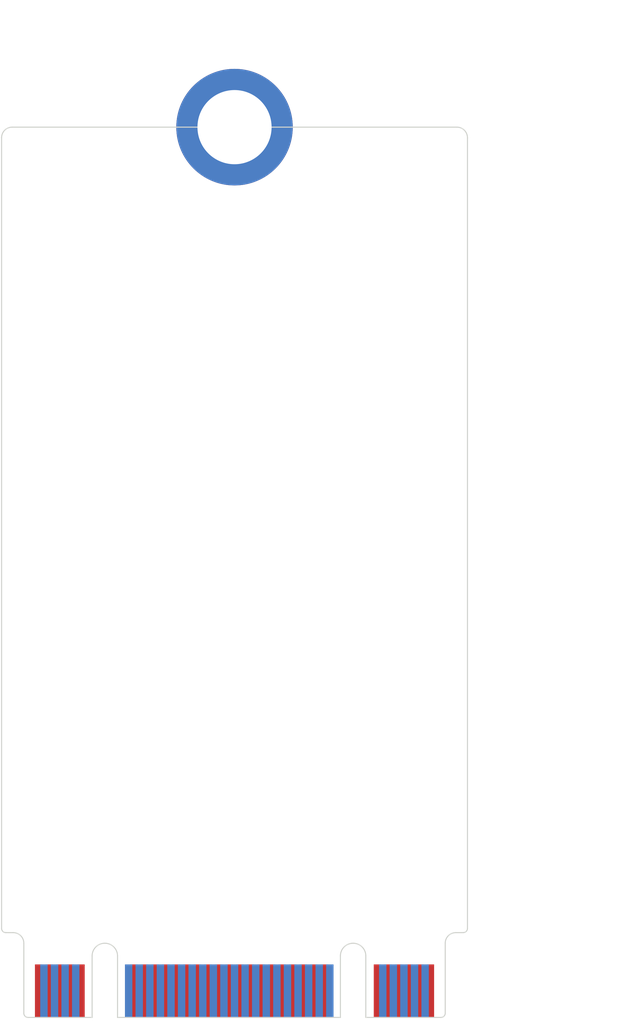
<source format=kicad_pcb>
(kicad_pcb (version 20211014) (generator pcbnew)
  (layers (0 "F.Cu" signal) (31 "B.Cu" signal) (34 "B.Paste" user) (35 "F.Paste" user) (36 "B.SilkS" user "B.Silkscreen") (37 "F.SilkS" user "F.Silkscreen") (38 "B.Mask" user) (39 "F.Mask" user) (44 "Edge.Cuts" user))
  (net 0 "")
  (footprint "M.2-Templates:M.2-B+M-KEY" (layer "F.Cu") (at 150 122)
    (fp_text reference "U$1" hide)
    (fp_text value "M.2-B+M-KEY" hide)
    (fp_line (start -6.725 -2.9) (end -6.725 0) (layer "Edge.Cuts") (width 0.05))
    (fp_line (start 5 -2.9) (end 5 0) (layer "Edge.Cuts") (width 0.05))
    (fp_line (start 10.45 -4) (end 10.8 -4) (layer "Edge.Cuts") (width 0.05))
    (fp_line (start 6.2 0) (end 9.75 0) (layer "Edge.Cuts") (width 0.05))
    (fp_line (start 9.95 -0.2) (end 9.95 -3.5) (layer "Edge.Cuts") (width 0.05))
    (fp_line (start 6.2 -2.9) (end 6.2 0) (layer "Edge.Cuts") (width 0.05))
    (fp_line (start 10.5 -42) (end -10.5 -42) (layer "Edge.Cuts") (width 0.05))
    (fp_line (start -5.525 0) (end 5 0) (layer "Edge.Cuts") (width 0.05))
    (fp_line (start -11 -41.5) (end -11 -4.2) (layer "Edge.Cuts") (width 0.05))
    (fp_line (start -5.525 -2.9) (end -5.525 0) (layer "Edge.Cuts") (width 0.05))
    (fp_line (start 11 -4.2) (end 11 -41.5) (layer "Edge.Cuts") (width 0.05))
    (fp_line (start -10.8 -4) (end -10.45 -4) (layer "Edge.Cuts") (width 0.05))
    (fp_line (start -9.95 -3.5) (end -9.95 -0.2) (layer "Edge.Cuts") (width 0.05))
    (fp_line (start -6.725 0) (end -9.75 0) (layer "Edge.Cuts") (width 0.05))
    (fp_arc (start -11 -41.5) (mid -10.853553 -41.853553) (end -10.5 -42) (layer "Edge.Cuts") (width 0.05))
    (fp_arc (start 10.5 -42) (mid 10.853553 -41.853553) (end 11 -41.5) (layer "Edge.Cuts") (width 0.05))
    (fp_arc (start 9.95 -3.5) (mid 10.096447 -3.853553) (end 10.45 -4) (layer "Edge.Cuts") (width 0.05))
    (fp_arc (start 11 -4.2) (mid 10.941421 -4.058579) (end 10.8 -4) (layer "Edge.Cuts") (width 0.05))
    (fp_arc (start -10.8 -4) (mid -10.941421 -4.058579) (end -11 -4.2) (layer "Edge.Cuts") (width 0.05))
    (fp_arc (start -9.75 0) (mid -9.891421 -0.058579) (end -9.95 -0.2) (layer "Edge.Cuts") (width 0.05))
    (fp_arc (start 9.95 -0.2) (mid 9.891421 -0.058579) (end 9.75 0) (layer "Edge.Cuts") (width 0.05))
    (fp_arc (start -6.125 -3.5) (mid -5.700736 -3.324264) (end -5.525 -2.9) (layer "Edge.Cuts") (width 0.05))
    (fp_arc (start -6.725 -2.9) (mid -6.549264 -3.324264) (end -6.125 -3.5) (layer "Edge.Cuts") (width 0.05))
    (fp_arc (start 5 -2.9) (mid 5.175736 -3.324264) (end 5.6 -3.5) (layer "Edge.Cuts") (width 0.05))
    (fp_arc (start -10.45 -4) (mid -10.096447 -3.853553) (end -9.95 -3.5) (layer "Edge.Cuts") (width 0.05))
    (fp_arc (start 5.6 -3.5) (mid 6.024264 -3.324264) (end 6.2 -2.9) (layer "Edge.Cuts") (width 0.05))
    (pad "MOUNTING-HOLE" thru_hole circle (at 0 -42) (size 5.5 5.5) (drill 3.5) (layers *.Cu *.Mask))
    (pad "P$1" smd rect (at 9.25 -1.25) (size 0.35 2.5) (layers "F.Cu" "F.Paste" "F.Mask"))
    (pad "P$2" smd rect (at 9 -1.25) (size 0.35 2.5) (layers "B.Cu" "B.Paste" "B.Mask"))
    (pad "P$3" smd rect (at 8.75 -1.25) (size 0.35 2.5) (layers "F.Cu" "F.Paste" "F.Mask"))
    (pad "P$4" smd rect (at 8.5 -1.25) (size 0.35 2.5) (layers "B.Cu" "B.Paste" "B.Mask"))
    (pad "P$5" smd rect (at 8.25 -1.25) (size 0.35 2.5) (layers "F.Cu" "F.Paste" "F.Mask"))
    (pad "P$6" smd rect (at 8 -1.25) (size 0.35 2.5) (layers "B.Cu" "B.Paste" "B.Mask"))
    (pad "P$7" smd rect (at 7.75 -1.25) (size 0.35 2.5) (layers "F.Cu" "F.Paste" "F.Mask"))
    (pad "P$8" smd rect (at 7.5 -1.25) (size 0.35 2.5) (layers "B.Cu" "B.Paste" "B.Mask"))
    (pad "P$9" smd rect (at 7.25 -1.25) (size 0.35 2.5) (layers "F.Cu" "F.Paste" "F.Mask"))
    (pad "P$10" smd rect (at 7 -1.25) (size 0.35 2.5) (layers "B.Cu" "B.Paste" "B.Mask"))
    (pad "P$11" smd rect (at 6.75 -1.25) (size 0.35 2.5) (layers "F.Cu" "F.Paste" "F.Mask"))
    (pad "P$20" smd rect (at 4.5 -1.25) (size 0.35 2.5) (layers "B.Cu" "B.Paste" "B.Mask"))
    (pad "P$21" smd rect (at 4.25 -1.25) (size 0.35 2.5) (layers "F.Cu" "F.Paste" "F.Mask"))
    (pad "P$22" smd rect (at 4 -1.25) (size 0.35 2.5) (layers "B.Cu" "B.Paste" "B.Mask"))
    (pad "P$23" smd rect (at 3.75 -1.25) (size 0.35 2.5) (layers "F.Cu" "F.Paste" "F.Mask"))
    (pad "P$24" smd rect (at 3.5 -1.25) (size 0.35 2.5) (layers "B.Cu" "B.Paste" "B.Mask"))
    (pad "P$25" smd rect (at 3.25 -1.25) (size 0.35 2.5) (layers "F.Cu" "F.Paste" "F.Mask"))
    (pad "P$26" smd rect (at 3 -1.25) (size 0.35 2.5) (layers "B.Cu" "B.Paste" "B.Mask"))
    (pad "P$27" smd rect (at 2.75 -1.25) (size 0.35 2.5) (layers "F.Cu" "F.Paste" "F.Mask"))
    (pad "P$28" smd rect (at 2.5 -1.25) (size 0.35 2.5) (layers "B.Cu" "B.Paste" "B.Mask"))
    (pad "P$29" smd rect (at 2.25 -1.25) (size 0.35 2.5) (layers "F.Cu" "F.Paste" "F.Mask"))
    (pad "P$30" smd rect (at 2 -1.25) (size 0.35 2.5) (layers "B.Cu" "B.Paste" "B.Mask"))
    (pad "P$31" smd rect (at 1.75 -1.25) (size 0.35 2.5) (layers "F.Cu" "F.Paste" "F.Mask"))
    (pad "P$32" smd rect (at 1.5 -1.25) (size 0.35 2.5) (layers "B.Cu" "B.Paste" "B.Mask"))
    (pad "P$33" smd rect (at 1.25 -1.25) (size 0.35 2.5) (layers "F.Cu" "F.Paste" "F.Mask"))
    (pad "P$34" smd rect (at 1 -1.25) (size 0.35 2.5) (layers "B.Cu" "B.Paste" "B.Mask"))
    (pad "P$35" smd rect (at 0.75 -1.25) (size 0.35 2.5) (layers "F.Cu" "F.Paste" "F.Mask"))
    (pad "P$36" smd rect (at 0.5 -1.25) (size 0.35 2.5) (layers "B.Cu" "B.Paste" "B.Mask"))
    (pad "P$37" smd rect (at 0.25 -1.25) (size 0.35 2.5) (layers "F.Cu" "F.Paste" "F.Mask"))
    (pad "P$38" smd rect (at 0 -1.25) (size 0.35 2.5) (layers "B.Cu" "B.Paste" "B.Mask"))
    (pad "P$39" smd rect (at -0.25 -1.25) (size 0.35 2.5) (layers "F.Cu" "F.Paste" "F.Mask"))
    (pad "P$40" smd rect (at -0.5 -1.25) (size 0.35 2.5) (layers "B.Cu" "B.Paste" "B.Mask"))
    (pad "P$41" smd rect (at -0.75 -1.25) (size 0.35 2.5) (layers "F.Cu" "F.Paste" "F.Mask"))
    (pad "P$42" smd rect (at -1 -1.25) (size 0.35 2.5) (layers "B.Cu" "B.Paste" "B.Mask"))
    (pad "P$43" smd rect (at -1.25 -1.25) (size 0.35 2.5) (layers "F.Cu" "F.Paste" "F.Mask"))
    (pad "P$44" smd rect (at -1.5 -1.25) (size 0.35 2.5) (layers "B.Cu" "B.Paste" "B.Mask"))
    (pad "P$45" smd rect (at -1.75 -1.25) (size 0.35 2.5) (layers "F.Cu" "F.Paste" "F.Mask"))
    (pad "P$46" smd rect (at -2 -1.25) (size 0.35 2.5) (layers "B.Cu" "B.Paste" "B.Mask"))
    (pad "P$47" smd rect (at -2.25 -1.25) (size 0.35 2.5) (layers "F.Cu" "F.Paste" "F.Mask"))
    (pad "P$48" smd rect (at -2.5 -1.25) (size 0.35 2.5) (layers "B.Cu" "B.Paste" "B.Mask"))
    (pad "P$49" smd rect (at -2.75 -1.25) (size 0.35 2.5) (layers "F.Cu" "F.Paste" "F.Mask"))
    (pad "P$50" smd rect (at -3 -1.25) (size 0.35 2.5) (layers "B.Cu" "B.Paste" "B.Mask"))
    (pad "P$51" smd rect (at -3.25 -1.25) (size 0.35 2.5) (layers "F.Cu" "F.Paste" "F.Mask"))
    (pad "P$52" smd rect (at -3.5 -1.25) (size 0.35 2.5) (layers "B.Cu" "B.Paste" "B.Mask"))
    (pad "P$53" smd rect (at -3.75 -1.25) (size 0.35 2.5) (layers "F.Cu" "F.Paste" "F.Mask"))
    (pad "P$54" smd rect (at -4 -1.25) (size 0.35 2.5) (layers "B.Cu" "B.Paste" "B.Mask"))
    (pad "P$55" smd rect (at -4.25 -1.25) (size 0.35 2.5) (layers "F.Cu" "F.Paste" "F.Mask"))
    (pad "P$56" smd rect (at -4.5 -1.25) (size 0.35 2.5) (layers "B.Cu" "B.Paste" "B.Mask"))
    (pad "P$57" smd rect (at -4.75 -1.25) (size 0.35 2.5) (layers "F.Cu" "F.Paste" "F.Mask"))
    (pad "P$58" smd rect (at -5 -1.25) (size 0.35 2.5) (layers "B.Cu" "B.Paste" "B.Mask"))
    (pad "P$67" smd rect (at -7.25 -1.25) (size 0.35 2.5) (layers "F.Cu" "F.Paste" "F.Mask"))
    (pad "P$68" smd rect (at -7.5 -1.25) (size 0.35 2.5) (layers "B.Cu" "B.Paste" "B.Mask"))
    (pad "P$69" smd rect (at -7.75 -1.25) (size 0.35 2.5) (layers "F.Cu" "F.Paste" "F.Mask"))
    (pad "P$70" smd rect (at -8 -1.25) (size 0.35 2.5) (layers "B.Cu" "B.Paste" "B.Mask"))
    (pad "P$71" smd rect (at -8.25 -1.25) (size 0.35 2.5) (layers "F.Cu" "F.Paste" "F.Mask"))
    (pad "P$72" smd rect (at -8.5 -1.25) (size 0.35 2.5) (layers "B.Cu" "B.Paste" "B.Mask"))
    (pad "P$73" smd rect (at -8.75 -1.25) (size 0.35 2.5) (layers "F.Cu" "F.Paste" "F.Mask"))
    (pad "P$74" smd rect (at -9 -1.25) (size 0.35 2.5) (layers "B.Cu" "B.Paste" "B.Mask"))
    (pad "P$75" smd rect (at -9.25 -1.25) (size 0.35 2.5) (layers "F.Cu" "F.Paste" "F.Mask"))
  )
)
</source>
